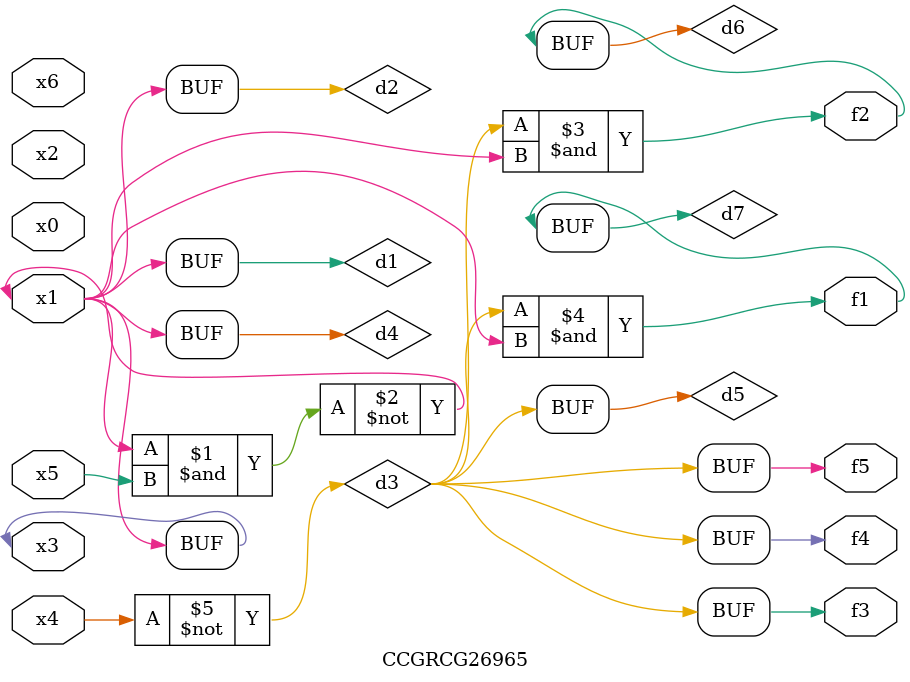
<source format=v>
module CCGRCG26965(
	input x0, x1, x2, x3, x4, x5, x6,
	output f1, f2, f3, f4, f5
);

	wire d1, d2, d3, d4, d5, d6, d7;

	buf (d1, x1, x3);
	nand (d2, x1, x5);
	not (d3, x4);
	buf (d4, d1, d2);
	buf (d5, d3);
	and (d6, d3, d4);
	and (d7, d3, d4);
	assign f1 = d7;
	assign f2 = d6;
	assign f3 = d5;
	assign f4 = d5;
	assign f5 = d5;
endmodule

</source>
